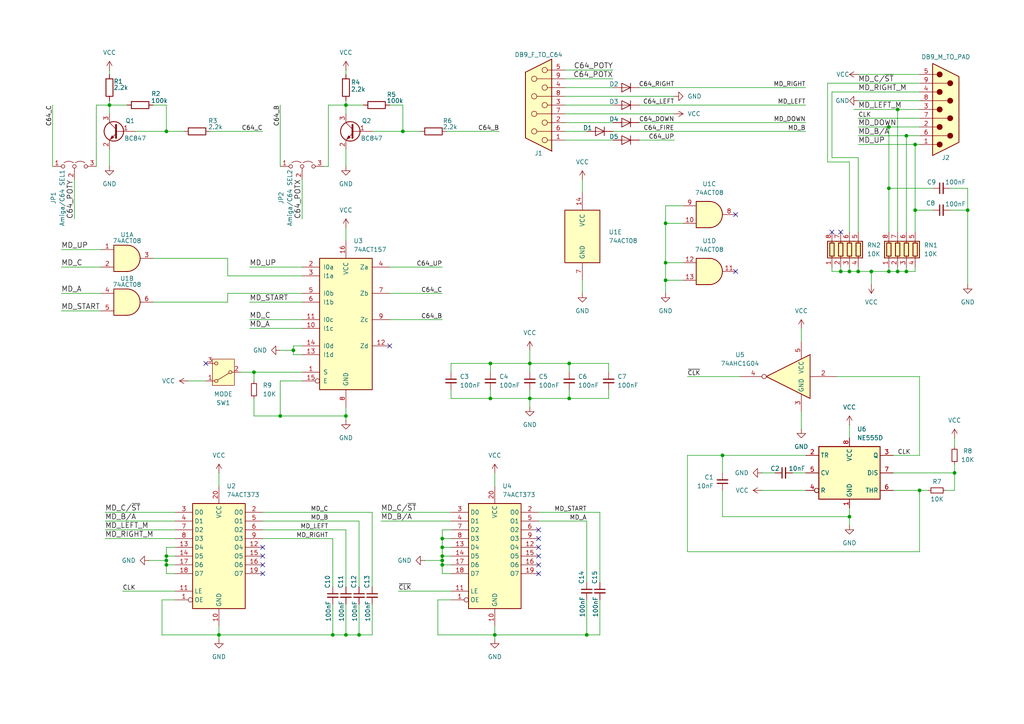
<source format=kicad_sch>
(kicad_sch (version 20250114) (generator "eeschema") (generator_version "9.0")
  (paper "A4")
  (title_block (title "MDC64Padapter") (rev "0"))
  (junction (at 142.24 115.57))
  (junction (at 85.09 101.6))
  (junction (at 73.66 107.95))
  (junction (at 48.26 162.56))
  (junction (at 104.14 184.15))
  (junction (at 63.5 184.15))
  (junction (at 209.55 132.08))
  (junction (at 153.67 115.57))
  (junction (at 248.92 78.74))
  (junction (at 128.27 158.75))
  (junction (at 100.33 30.48))
  (junction (at 48.26 38.1))
  (junction (at 31.75 30.48))
  (junction (at 116.84 38.1))
  (junction (at 193.04 76.2))
  (junction (at 193.04 81.28))
  (junction (at 257.81 36.83))
  (junction (at 260.35 78.74))
  (junction (at 100.33 184.15))
  (junction (at 153.67 105.41))
  (junction (at 142.24 105.41))
  (junction (at 100.33 120.65))
  (junction (at 48.26 161.29))
  (junction (at 265.43 41.91))
  (junction (at 165.1 115.57))
  (junction (at 257.81 54.61))
  (junction (at 128.27 161.29))
  (junction (at 265.43 60.96))
  (junction (at 243.84 78.74))
  (junction (at 276.86 137.16))
  (junction (at 128.27 156.21))
  (junction (at 81.28 120.65))
  (junction (at 252.73 78.74))
  (junction (at 193.04 64.77))
  (junction (at 48.26 163.83))
  (junction (at 128.27 162.56))
  (junction (at 246.38 78.74))
  (junction (at 128.27 163.83))
  (junction (at 96.52 184.15))
  (junction (at 246.38 149.86))
  (junction (at 280.67 60.96))
  (junction (at 165.1 105.41))
  (junction (at 266.7 142.24))
  (junction (at 260.35 31.75))
  (junction (at 170.18 184.15))
  (junction (at 143.51 184.15))
  (junction (at 262.89 39.37))
  (junction (at 257.81 78.74))
  (junction (at 262.89 78.74))
  (no_connect (at 76.2 166.37))
  (no_connect (at 76.2 161.29))
  (no_connect (at 156.21 153.67))
  (no_connect (at 213.36 78.74))
  (no_connect (at 156.21 158.75))
  (no_connect (at 241.3 67.31))
  (no_connect (at 76.2 158.75))
  (no_connect (at 156.21 163.83))
  (no_connect (at 243.84 67.31))
  (no_connect (at 156.21 156.21))
  (no_connect (at 59.69 105.41))
  (no_connect (at 113.03 100.33))
  (no_connect (at 156.21 161.29))
  (no_connect (at 156.21 166.37))
  (no_connect (at 213.36 62.23))
  (no_connect (at 76.2 163.83))
  (wire (pts (xy 72.39 77.47) (xy 87.63 77.47)))
  (wire (pts (xy 130.81 105.41) (xy 130.81 107.95)))
  (wire (pts (xy 232.41 119.38) (xy 232.41 124.46)))
  (wire (pts (xy 257.81 54.61) (xy 257.81 67.31)))
  (wire (pts (xy 240.03 24.13) (xy 240.03 46.99)))
  (wire (pts (xy 173.99 184.15) (xy 173.99 173.99)))
  (wire (pts (xy 242.57 109.22) (xy 266.7 109.22)))
  (wire (pts (xy 232.41 95.25) (xy 232.41 99.06)))
  (wire (pts (xy 130.81 158.75) (xy 128.27 158.75)))
  (wire (pts (xy 81.28 120.65) (xy 81.28 110.49)))
  (wire (pts (xy 129.54 38.1) (xy 144.78 38.1)))
  (wire (pts (xy 209.55 149.86) (xy 209.55 142.24)))
  (wire (pts (xy 46.99 184.15) (xy 63.5 184.15)))
  (wire (pts (xy 27.94 30.48) (xy 31.75 30.48)))
  (wire (pts (xy 48.26 158.75) (xy 48.26 161.29)))
  (wire (pts (xy 72.39 87.63) (xy 87.63 87.63)))
  (wire (pts (xy 266.7 109.22) (xy 266.7 132.08)))
  (wire (pts (xy 266.7 142.24) (xy 269.24 142.24)))
  (wire (pts (xy 163.83 27.94) (xy 195.58 27.94)))
  (wire (pts (xy 165.1 115.57) (xy 176.53 115.57)))
  (wire (pts (xy 248.92 21.59) (xy 266.7 21.59)))
  (wire (pts (xy 72.39 92.71) (xy 87.63 92.71)))
  (wire (pts (xy 81.28 110.49) (xy 87.63 110.49)))
  (wire (pts (xy 46.99 173.99) (xy 46.99 184.15)))
  (wire (pts (xy 143.51 184.15) (xy 143.51 185.42)))
  (wire (pts (xy 43.18 162.56) (xy 48.26 162.56)))
  (wire (pts (xy 100.33 30.48) (xy 100.33 33.02)))
  (wire (pts (xy 241.3 45.72) (xy 241.3 26.67)))
  (wire (pts (xy 266.7 142.24) (xy 259.08 142.24)))
  (wire (pts (xy 248.92 36.83) (xy 257.81 36.83)))
  (wire (pts (xy 163.83 35.56) (xy 177.8 35.56)))
  (wire (pts (xy 262.89 78.74) (xy 265.43 78.74)))
  (wire (pts (xy 48.26 38.1) (xy 53.34 38.1)))
  (wire (pts (xy 30.48 156.21) (xy 50.8 156.21)))
  (wire (pts (xy 81.28 30.48) (xy 81.28 48.26)))
  (wire (pts (xy 252.73 78.74) (xy 257.81 78.74)))
  (wire (pts (xy 63.5 184.15) (xy 96.52 184.15)))
  (wire (pts (xy 246.38 78.74) (xy 248.92 78.74)))
  (wire (pts (xy 248.92 77.47) (xy 248.92 78.74)))
  (wire (pts (xy 257.81 36.83) (xy 257.81 54.61)))
  (wire (pts (xy 128.27 162.56) (xy 128.27 163.83)))
  (wire (pts (xy 72.39 95.25) (xy 87.63 95.25)))
  (wire (pts (xy 243.84 78.74) (xy 246.38 78.74)))
  (wire (pts (xy 81.28 101.6) (xy 85.09 101.6)))
  (wire (pts (xy 259.08 132.08) (xy 266.7 132.08)))
  (wire (pts (xy 87.63 52.07) (xy 87.63 63.5)))
  (wire (pts (xy 265.43 41.91) (xy 266.7 41.91)))
  (wire (pts (xy 63.5 137.16) (xy 63.5 140.97)))
  (wire (pts (xy 96.52 184.15) (xy 100.33 184.15)))
  (wire (pts (xy 128.27 163.83) (xy 128.27 166.37)))
  (wire (pts (xy 115.57 171.45) (xy 130.81 171.45)))
  (wire (pts (xy 220.98 137.16) (xy 224.79 137.16)))
  (wire (pts (xy 128.27 153.67) (xy 128.27 156.21)))
  (wire (pts (xy 163.83 38.1) (xy 170.18 38.1)))
  (wire (pts (xy 142.24 113.03) (xy 142.24 115.57)))
  (wire (pts (xy 276.86 127) (xy 276.86 129.54)))
  (wire (pts (xy 31.75 30.48) (xy 36.83 30.48)))
  (wire (pts (xy 128.27 161.29) (xy 130.81 161.29)))
  (wire (pts (xy 165.1 105.41) (xy 153.67 105.41)))
  (wire (pts (xy 107.95 184.15) (xy 107.95 175.26)))
  (wire (pts (xy 44.45 74.93) (xy 66.04 74.93)))
  (wire (pts (xy 100.33 153.67) (xy 100.33 170.18)))
  (wire (pts (xy 96.52 175.26) (xy 96.52 184.15)))
  (wire (pts (xy 66.04 74.93) (xy 66.04 80.01)))
  (wire (pts (xy 229.87 137.16) (xy 233.68 137.16)))
  (wire (pts (xy 35.56 171.45) (xy 50.8 171.45)))
  (wire (pts (xy 60.96 38.1) (xy 76.2 38.1)))
  (wire (pts (xy 199.39 109.22) (xy 214.63 109.22)))
  (wire (pts (xy 257.81 77.47) (xy 257.81 78.74)))
  (wire (pts (xy 241.3 26.67) (xy 266.7 26.67)))
  (wire (pts (xy 241.3 78.74) (xy 243.84 78.74)))
  (wire (pts (xy 48.26 30.48) (xy 48.26 38.1)))
  (wire (pts (xy 248.92 34.29) (xy 266.7 34.29)))
  (wire (pts (xy 142.24 115.57) (xy 153.67 115.57)))
  (wire (pts (xy 127 184.15) (xy 143.51 184.15)))
  (wire (pts (xy 248.92 45.72) (xy 248.92 67.31)))
  (wire (pts (xy 128.27 156.21) (xy 130.81 156.21)))
  (wire (pts (xy 265.43 60.96) (xy 265.43 67.31)))
  (wire (pts (xy 73.66 120.65) (xy 81.28 120.65)))
  (wire (pts (xy 193.04 85.09) (xy 193.04 81.28)))
  (wire (pts (xy 100.33 120.65) (xy 100.33 121.92)))
  (wire (pts (xy 199.39 132.08) (xy 199.39 160.02)))
  (wire (pts (xy 246.38 46.99) (xy 246.38 67.31)))
  (wire (pts (xy 246.38 77.47) (xy 246.38 78.74)))
  (wire (pts (xy 116.84 30.48) (xy 116.84 38.1)))
  (wire (pts (xy 280.67 60.96) (xy 280.67 54.61)))
  (wire (pts (xy 30.48 148.59) (xy 50.8 148.59)))
  (wire (pts (xy 50.8 158.75) (xy 48.26 158.75)))
  (wire (pts (xy 100.33 30.48) (xy 95.25 30.48)))
  (wire (pts (xy 193.04 64.77) (xy 193.04 59.69)))
  (wire (pts (xy 193.04 81.28) (xy 198.12 81.28)))
  (wire (pts (xy 48.26 163.83) (xy 48.26 166.37)))
  (wire (pts (xy 173.99 168.91) (xy 173.99 148.59)))
  (wire (pts (xy 163.83 30.48) (xy 177.8 30.48)))
  (wire (pts (xy 193.04 59.69) (xy 198.12 59.69)))
  (wire (pts (xy 100.33 29.21) (xy 100.33 30.48)))
  (wire (pts (xy 193.04 64.77) (xy 198.12 64.77)))
  (wire (pts (xy 177.8 38.1) (xy 233.68 38.1)))
  (wire (pts (xy 116.84 38.1) (xy 107.95 38.1)))
  (wire (pts (xy 48.26 161.29) (xy 50.8 161.29)))
  (wire (pts (xy 104.14 151.13) (xy 104.14 170.18)))
  (wire (pts (xy 153.67 115.57) (xy 153.67 118.11)))
  (wire (pts (xy 63.5 181.61) (xy 63.5 184.15)))
  (wire (pts (xy 185.42 30.48) (xy 233.68 30.48)))
  (wire (pts (xy 163.83 20.32) (xy 177.8 20.32)))
  (wire (pts (xy 130.81 153.67) (xy 128.27 153.67)))
  (wire (pts (xy 44.45 30.48) (xy 48.26 30.48)))
  (wire (pts (xy 252.73 78.74) (xy 252.73 82.55)))
  (wire (pts (xy 142.24 105.41) (xy 130.81 105.41)))
  (wire (pts (xy 280.67 54.61) (xy 275.59 54.61)))
  (wire (pts (xy 247.65 31.75) (xy 260.35 31.75)))
  (wire (pts (xy 153.67 115.57) (xy 165.1 115.57)))
  (wire (pts (xy 185.42 35.56) (xy 233.68 35.56)))
  (wire (pts (xy 262.89 39.37) (xy 266.7 39.37)))
  (wire (pts (xy 220.98 142.24) (xy 233.68 142.24)))
  (wire (pts (xy 69.85 107.95) (xy 73.66 107.95)))
  (wire (pts (xy 163.83 33.02) (xy 195.58 33.02)))
  (wire (pts (xy 153.67 105.41) (xy 153.67 107.95)))
  (wire (pts (xy 110.49 151.13) (xy 130.81 151.13)))
  (wire (pts (xy 265.43 41.91) (xy 265.43 60.96)))
  (wire (pts (xy 107.95 148.59) (xy 107.95 170.18)))
  (wire (pts (xy 240.03 46.99) (xy 246.38 46.99)))
  (wire (pts (xy 27.94 48.26) (xy 27.94 30.48)))
  (wire (pts (xy 66.04 87.63) (xy 66.04 85.09)))
  (wire (pts (xy 87.63 100.33) (xy 85.09 100.33)))
  (wire (pts (xy 100.33 30.48) (xy 105.41 30.48)))
  (wire (pts (xy 276.86 137.16) (xy 276.86 142.24)))
  (wire (pts (xy 123.19 162.56) (xy 128.27 162.56)))
  (wire (pts (xy 260.35 31.75) (xy 260.35 67.31)))
  (wire (pts (xy 95.25 48.26) (xy 93.98 48.26)))
  (wire (pts (xy 153.67 113.03) (xy 153.67 115.57)))
  (wire (pts (xy 199.39 160.02) (xy 266.7 160.02)))
  (wire (pts (xy 241.3 77.47) (xy 241.3 78.74)))
  (wire (pts (xy 274.32 142.24) (xy 276.86 142.24)))
  (wire (pts (xy 248.92 39.37) (xy 262.89 39.37)))
  (wire (pts (xy 100.33 66.04) (xy 100.33 69.85)))
  (wire (pts (xy 100.33 43.18) (xy 100.33 48.26)))
  (wire (pts (xy 128.27 156.21) (xy 128.27 158.75)))
  (wire (pts (xy 96.52 156.21) (xy 96.52 170.18)))
  (wire (pts (xy 209.55 132.08) (xy 199.39 132.08)))
  (wire (pts (xy 275.59 60.96) (xy 280.67 60.96)))
  (wire (pts (xy 104.14 184.15) (xy 107.95 184.15)))
  (wire (pts (xy 170.18 184.15) (xy 173.99 184.15)))
  (wire (pts (xy 30.48 153.67) (xy 50.8 153.67)))
  (wire (pts (xy 66.04 85.09) (xy 87.63 85.09)))
  (wire (pts (xy 95.25 30.48) (xy 95.25 48.26)))
  (wire (pts (xy 241.3 45.72) (xy 248.92 45.72)))
  (wire (pts (xy 17.78 90.17) (xy 29.21 90.17)))
  (wire (pts (xy 257.81 54.61) (xy 270.51 54.61)))
  (wire (pts (xy 193.04 76.2) (xy 198.12 76.2)))
  (wire (pts (xy 163.83 25.4) (xy 177.8 25.4)))
  (wire (pts (xy 165.1 113.03) (xy 165.1 115.57)))
  (wire (pts (xy 130.81 173.99) (xy 127 173.99)))
  (wire (pts (xy 128.27 163.83) (xy 130.81 163.83)))
  (wire (pts (xy 116.84 38.1) (xy 121.92 38.1)))
  (wire (pts (xy 100.33 175.26) (xy 100.33 184.15)))
  (wire (pts (xy 104.14 175.26) (xy 104.14 184.15)))
  (wire (pts (xy 15.24 30.48) (xy 15.24 48.26)))
  (wire (pts (xy 262.89 77.47) (xy 262.89 78.74)))
  (wire (pts (xy 50.8 173.99) (xy 46.99 173.99)))
  (wire (pts (xy 246.38 147.32) (xy 246.38 149.86)))
  (wire (pts (xy 30.48 151.13) (xy 50.8 151.13)))
  (wire (pts (xy 246.38 149.86) (xy 246.38 152.4)))
  (wire (pts (xy 31.75 30.48) (xy 31.75 33.02)))
  (wire (pts (xy 31.75 43.18) (xy 31.75 48.26)))
  (wire (pts (xy 73.66 107.95) (xy 87.63 107.95)))
  (wire (pts (xy 246.38 149.86) (xy 209.55 149.86)))
  (wire (pts (xy 248.92 41.91) (xy 265.43 41.91)))
  (wire (pts (xy 63.5 184.15) (xy 63.5 185.42)))
  (wire (pts (xy 163.83 40.64) (xy 177.8 40.64)))
  (wire (pts (xy 257.81 36.83) (xy 266.7 36.83)))
  (wire (pts (xy 66.04 80.01) (xy 87.63 80.01)))
  (wire (pts (xy 85.09 100.33) (xy 85.09 101.6)))
  (wire (pts (xy 209.55 132.08) (xy 233.68 132.08)))
  (wire (pts (xy 280.67 82.55) (xy 280.67 60.96)))
  (wire (pts (xy 266.7 160.02) (xy 266.7 142.24)))
  (wire (pts (xy 259.08 137.16) (xy 276.86 137.16)))
  (wire (pts (xy 128.27 161.29) (xy 128.27 162.56)))
  (wire (pts (xy 128.27 158.75) (xy 128.27 161.29)))
  (wire (pts (xy 153.67 101.6) (xy 153.67 105.41)))
  (wire (pts (xy 113.03 85.09) (xy 128.27 85.09)))
  (wire (pts (xy 168.91 52.07) (xy 168.91 55.88)))
  (wire (pts (xy 193.04 76.2) (xy 193.04 64.77)))
  (wire (pts (xy 100.33 20.32) (xy 100.33 21.59)))
  (wire (pts (xy 76.2 153.67) (xy 100.33 153.67)))
  (wire (pts (xy 21.59 52.07) (xy 21.59 63.5)))
  (wire (pts (xy 100.33 120.65) (xy 81.28 120.65)))
  (wire (pts (xy 193.04 81.28) (xy 193.04 76.2)))
  (wire (pts (xy 156.21 148.59) (xy 173.99 148.59)))
  (wire (pts (xy 170.18 173.99) (xy 170.18 184.15)))
  (wire (pts (xy 48.26 166.37) (xy 50.8 166.37)))
  (wire (pts (xy 76.2 148.59) (xy 107.95 148.59)))
  (wire (pts (xy 48.26 161.29) (xy 48.26 162.56)))
  (wire (pts (xy 276.86 137.16) (xy 276.86 134.62)))
  (wire (pts (xy 185.42 25.4) (xy 233.68 25.4)))
  (wire (pts (xy 243.84 77.47) (xy 243.84 78.74)))
  (wire (pts (xy 248.92 29.21) (xy 266.7 29.21)))
  (wire (pts (xy 113.03 30.48) (xy 116.84 30.48)))
  (wire (pts (xy 262.89 39.37) (xy 262.89 67.31)))
  (wire (pts (xy 153.67 105.41) (xy 142.24 105.41)))
  (wire (pts (xy 73.66 115.57) (xy 73.66 120.65)))
  (wire (pts (xy 260.35 78.74) (xy 262.89 78.74)))
  (wire (pts (xy 17.78 85.09) (xy 29.21 85.09)))
  (wire (pts (xy 128.27 166.37) (xy 130.81 166.37)))
  (wire (pts (xy 113.03 77.47) (xy 128.27 77.47)))
  (wire (pts (xy 100.33 184.15) (xy 104.14 184.15)))
  (wire (pts (xy 85.09 101.6) (xy 85.09 102.87)))
  (wire (pts (xy 209.55 137.16) (xy 209.55 132.08)))
  (wire (pts (xy 85.09 102.87) (xy 87.63 102.87)))
  (wire (pts (xy 168.91 81.28) (xy 168.91 85.09)))
  (wire (pts (xy 142.24 105.41) (xy 142.24 107.95)))
  (wire (pts (xy 246.38 123.19) (xy 246.38 127)))
  (wire (pts (xy 176.53 107.95) (xy 176.53 105.41)))
  (wire (pts (xy 176.53 115.57) (xy 176.53 113.03)))
  (wire (pts (xy 113.03 92.71) (xy 128.27 92.71)))
  (wire (pts (xy 76.2 151.13) (xy 104.14 151.13)))
  (wire (pts (xy 143.51 181.61) (xy 143.51 184.15)))
  (wire (pts (xy 48.26 162.56) (xy 48.26 163.83)))
  (wire (pts (xy 127 173.99) (xy 127 184.15)))
  (wire (pts (xy 165.1 105.41) (xy 165.1 107.95)))
  (wire (pts (xy 48.26 38.1) (xy 39.37 38.1)))
  (wire (pts (xy 130.81 115.57) (xy 142.24 115.57)))
  (wire (pts (xy 163.83 22.86) (xy 177.8 22.86)))
  (wire (pts (xy 185.42 40.64) (xy 195.58 40.64)))
  (wire (pts (xy 265.43 60.96) (xy 270.51 60.96)))
  (wire (pts (xy 54.61 110.49) (xy 59.69 110.49)))
  (wire (pts (xy 156.21 151.13) (xy 170.18 151.13)))
  (wire (pts (xy 260.35 77.47) (xy 260.35 78.74)))
  (wire (pts (xy 265.43 78.74) (xy 265.43 77.47)))
  (wire (pts (xy 257.81 78.74) (xy 260.35 78.74)))
  (wire (pts (xy 44.45 87.63) (xy 66.04 87.63)))
  (wire (pts (xy 17.78 72.39) (xy 29.21 72.39)))
  (wire (pts (xy 176.53 105.41) (xy 165.1 105.41)))
  (wire (pts (xy 17.78 77.47) (xy 29.21 77.47)))
  (wire (pts (xy 260.35 31.75) (xy 266.7 31.75)))
  (wire (pts (xy 170.18 168.91) (xy 170.18 151.13)))
  (wire (pts (xy 76.2 156.21) (xy 96.52 156.21)))
  (wire (pts (xy 48.26 163.83) (xy 50.8 163.83)))
  (wire (pts (xy 100.33 118.11) (xy 100.33 120.65)))
  (wire (pts (xy 31.75 29.21) (xy 31.75 30.48)))
  (wire (pts (xy 31.75 20.32) (xy 31.75 21.59)))
  (wire (pts (xy 143.51 137.16) (xy 143.51 140.97)))
  (wire (pts (xy 143.51 184.15) (xy 170.18 184.15)))
  (wire (pts (xy 240.03 24.13) (xy 266.7 24.13)))
  (wire (pts (xy 73.66 107.95) (xy 73.66 110.49)))
  (wire (pts (xy 110.49 148.59) (xy 130.81 148.59)))
  (wire (pts (xy 130.81 113.03) (xy 130.81 115.57)))
  (wire (pts (xy 248.92 78.74) (xy 252.73 78.74)))
  (label "MD_UP" (at 248.92 41.91 0) (effects (font (size 1.524 1.524))))
  (label "C64_POTY" (at 21.59 63.5 90) (effects (font (size 1.524 1.524))))
  (label "MD_DOWN" (at 233.68 35.56 180))
  (label "C64_B" (at 81.28 30.48 270))
  (label "C64_B" (at 128.27 92.71 180))
  (label "C64_RIGHT" (at 195.58 25.4 180))
  (label "MD_LEFT_M" (at 248.92 31.75 0) (effects (font (size 1.524 1.524))))
  (label "MD_C{slash}~{ST}" (at 248.92 24.13 0) (effects (font (size 1.524 1.524))))
  (label "MD_B" (at 95.25 151.13 180))
  (label "C64_B" (at 144.78 38.1 180))
  (label "MD_C{slash}~{ST}" (at 30.48 148.59 0) (effects (font (size 1.524 1.524))))
  (label "MD_START" (at 170.18 148.59 180))
  (label "CLK" (at 248.92 34.29 0))
  (label "MD_C{slash}~{ST}" (at 110.49 148.59 0) (effects (font (size 1.524 1.524))))
  (label "MD_START" (at 72.39 87.63 0) (effects (font (size 1.524 1.524))))
  (label "MD_START" (at 17.78 90.17 0) (effects (font (size 1.524 1.524))))
  (label "MD_A" (at 17.78 85.09 0) (effects (font (size 1.524 1.524))))
  (label "C64_DOWN" (at 195.58 35.56 180))
  (label "MD_B" (at 233.68 38.1 180))
  (label "CLK" (at 35.56 171.45 0))
  (label "MD_C" (at 72.39 92.71 0) (effects (font (size 1.524 1.524))))
  (label "~{CLK}" (at 199.39 109.22 0))
  (label "MD_A" (at 170.18 151.13 180))
  (label "C64_UP" (at 128.27 77.47 180))
  (label "MD_LEFT" (at 95.25 153.67 180))
  (label "~{CLK}" (at 115.57 171.45 0))
  (label "MD_B{slash}~{A}" (at 30.48 151.13 0) (effects (font (size 1.524 1.524))))
  (label "MD_UP" (at 72.39 77.47 0) (effects (font (size 1.524 1.524))))
  (label "MD_DOWN" (at 248.92 36.83 0) (effects (font (size 1.524 1.524))))
  (label "C64_C" (at 128.27 85.09 180))
  (label "C64_C" (at 76.2 38.1 180))
  (label "MD_RIGHT_M" (at 248.92 26.67 0) (effects (font (size 1.524 1.524))))
  (label "MD_C" (at 95.25 148.59 180))
  (label "C64_C" (at 15.24 30.48 270))
  (label "MD_RIGHT" (at 95.25 156.21 180))
  (label "MD_UP" (at 17.78 72.39 0) (effects (font (size 1.524 1.524))))
  (label "C64_UP" (at 195.58 40.64 180))
  (label "MD_B{slash}~{A}" (at 248.92 39.37 0) (effects (font (size 1.524 1.524))))
  (label "MD_C" (at 17.78 77.47 0) (effects (font (size 1.524 1.524))))
  (label "CLK" (at 260.35 132.08 0))
  (label "MD_A" (at 72.39 95.25 0) (effects (font (size 1.524 1.524))))
  (label "C64_POTY" (at 177.8 20.32 180) (effects (font (size 1.524 1.524))))
  (label "C64_FIRE" (at 195.58 38.1 180))
  (label "MD_RIGHT" (at 233.68 25.4 180))
  (label "MD_RIGHT_M" (at 30.48 156.21 0) (effects (font (size 1.524 1.524))))
  (label "MD_LEFT" (at 233.68 30.48 180))
  (label "C64_POTX" (at 87.63 63.5 90) (effects (font (size 1.524 1.524))))
  (label "MD_B{slash}~{A}" (at 110.49 151.13 0) (effects (font (size 1.524 1.524))))
  (label "MD_LEFT_M" (at 30.48 153.67 0) (effects (font (size 1.524 1.524))))
  (label "C64_POTX" (at 177.8 22.86 180) (effects (font (size 1.524 1.524))))
  (label "C64_LEFT" (at 195.58 30.48 180))
  (symbol (lib_id "Device:C_Small") (at 209.55 139.7 0) (mirror x) (unit 1)
    (property "Reference" "C1" (at 207.01 138.4236 0) (effects (justify right)))
    (property "Value" "10nF" (at 207.01 140.9636 0) (effects (justify right)))
    (property "Footprint" "Capacitor_SMD:C_0805_2012Metric_Pad1.18x1.45mm_HandSolder" (effects (hide yes)))
    (property "LCSC PN" "C60133" (effects (hide yes)))
  )
  (symbol (lib_id "Device:C_Small") (at 173.99 171.45 0) (unit 1)
    (property "Reference" "C15" (at 172.466 169.418 90) (effects (justify left)))
    (property "Value" "100nF" (at 172.72 179.07 90) (effects (justify left)))
    (property "Footprint" "Capacitor_SMD:C_0805_2012Metric_Pad1.18x1.45mm_HandSolder" (effects (hide yes)))
    (property "Description" "Unpolarized capacitor, small symbol" (effects (hide yes)))
    (property "LCSC PN" "C38141" (effects (hide yes)))
  )
  (symbol (lib_id "power:GND") (at 123.19 162.56 270) (unit 1)
    (property "Reference" "#PWR014" (effects (hide yes)))
    (property "Value" "GND" (at 119.38 162.5599 90) (effects (justify right)))
    (property "Description" "Power symbol creates a global label with name \"GND\" , ground" (effects (hide yes)))
  )
  (symbol (lib_id "power:VCC") (at 153.67 101.6 0) (mirror y) (unit 1)
    (property "Reference" "#PWR029" (effects (hide yes)))
    (property "Value" "VCC" (at 153.67 96.52 0))
    (property "Description" "Power symbol creates a global label with name \"VCC\"" (effects (hide yes)))
  )
  (symbol (lib_id "74xx:74LS157") (at 100.33 92.71 0) (unit 1)
    (property "Reference" "U3" (at 102.5241 69.85 0) (effects (justify left)))
    (property "Value" "74ACT157" (at 102.5241 72.39 0) (effects (justify left)))
    (property "Footprint" "Package_SO:TSSOP-16_4.4x5mm_P0.65mm" (effects (hide yes)))
    (property "Datasheet" "http://www.ti.com/lit/gpn/sn74LS157" (effects (hide yes)))
    (property "Description" "Quad 2 to 1 line Multiplexer" (effects (hide yes)))
    (property "LCSC PN" "C3239134" (effects (hide yes)))
  )
  (symbol (lib_id "Device:C_Small") (at 142.24 110.49 0) (unit 1)
    (property "Reference" "C4" (at 144.78 109.2262 0) (effects (justify left)))
    (property "Value" "100nF" (at 144.78 111.7662 0) (effects (justify left)))
    (property "Footprint" "Capacitor_SMD:C_0805_2012Metric_Pad1.18x1.45mm_HandSolder" (effects (hide yes)))
    (property "Description" "Unpolarized capacitor, small symbol" (effects (hide yes)))
    (property "LCSC PN" "C38141" (effects (hide yes)))
  )
  (symbol (lib_id "Device:C_Small") (at 100.33 172.72 0) (unit 1)
    (property "Reference" "C11" (at 98.806 170.688 90) (effects (justify left)))
    (property "Value" "100nF" (at 99.06 180.34 90) (effects (justify left)))
    (property "Footprint" "Capacitor_SMD:C_0805_2012Metric_Pad1.18x1.45mm_HandSolder" (effects (hide yes)))
    (property "Description" "Unpolarized capacitor, small symbol" (effects (hide yes)))
    (property "LCSC PN" "C38141" (effects (hide yes)))
  )
  (symbol (lib_id "power:VCC") (at 246.38 123.19 0) (unit 1)
    (property "Reference" "#PWR023" (effects (hide yes)))
    (property "Value" "VCC" (at 246.38 118.11 0))
    (property "Description" "Power symbol creates a global label with name \"VCC\"" (effects (hide yes)))
  )
  (symbol (lib_id "Timer:NE555D") (at 246.38 137.16 0) (unit 1)
    (property "Reference" "U6" (at 248.5741 124.46 0) (effects (justify left)))
    (property "Value" "NE555D" (at 248.5741 127 0) (effects (justify left)))
    (property "Footprint" "Package_SO:SOIC-8_3.9x4.9mm_P1.27mm" (effects (hide yes)))
    (property "Datasheet" "http://www.ti.com/lit/ds/symlink/ne555.pdf" (effects (hide yes)))
    (property "LCSC PN" "C41431778" (effects (hide yes)))
  )
  (symbol (lib_id "power:GND") (at 43.18 162.56 270) (unit 1)
    (property "Reference" "#PWR03" (effects (hide yes)))
    (property "Value" "GND" (at 39.37 162.5599 90) (effects (justify right)))
    (property "Description" "Power symbol creates a global label with name \"GND\" , ground" (effects (hide yes)))
  )
  (symbol (lib_id "Transistor_BJT:BC847") (at 34.29 38.1 0) (mirror y) (unit 1)
    (property "Reference" "Q1" (at 39.116 35.052 0) (effects (justify left)))
    (property "Value" "BC847" (at 42.418 40.132 0) (effects (justify left)))
    (property "Footprint" "Package_TO_SOT_SMD:SOT-23" (effects (hide yes)))
    (property "Datasheet" "http://www.infineon.com/dgdl/Infineon-BC847SERIES_BC848SERIES_BC849SERIES_BC850SERIES-DS-v01_01-en.pdf?fileId=db3a304314dca389011541d4630a1657" (effects (hide yes)))
    (property "Description" "0.1A Ic, 45V Vce, NPN Transistor, SOT-23" (effects (hide yes)))
    (property "LCSC PN" "C475630" (effects (hide yes)))
  )
  (symbol (lib_id "Device:C_Small") (at 104.14 172.72 0) (unit 1)
    (property "Reference" "C12" (at 102.616 170.688 90) (effects (justify left)))
    (property "Value" "100nF" (at 102.87 180.34 90) (effects (justify left)))
    (property "Footprint" "Capacitor_SMD:C_0805_2012Metric_Pad1.18x1.45mm_HandSolder" (effects (hide yes)))
    (property "Description" "Unpolarized capacitor, small symbol" (effects (hide yes)))
    (property "LCSC PN" "C38141" (effects (hide yes)))
  )
  (symbol (lib_id "power:VCC") (at 195.58 33.02 270) (mirror x) (unit 1)
    (property "Reference" "#PWR018" (effects (hide yes)))
    (property "Value" "VCC" (at 199.39 33.0199 90) (effects (justify left)))
    (property "Description" "Power symbol creates a global label with name \"VCC\"" (effects (hide yes)))
  )
  (symbol (lib_id "power:GND") (at 232.41 124.46 0) (mirror y) (unit 1)
    (property "Reference" "#PWR022" (effects (hide yes)))
    (property "Value" "GND" (at 232.41 129.54 0))
    (property "Description" "Power symbol creates a global label with name \"GND\" , ground" (effects (hide yes)))
  )
  (symbol (lib_id "Device:C_Small") (at 170.18 171.45 0) (unit 1)
    (property "Reference" "C14" (at 168.656 169.418 90) (effects (justify left)))
    (property "Value" "100nF" (at 168.91 179.07 90) (effects (justify left)))
    (property "Footprint" "Capacitor_SMD:C_0805_2012Metric_Pad1.18x1.45mm_HandSolder" (effects (hide yes)))
    (property "Description" "Unpolarized capacitor, small symbol" (effects (hide yes)))
    (property "LCSC PN" "C38141" (effects (hide yes)))
  )
  (symbol (lib_id "power:GND") (at 100.33 121.92 0) (unit 1)
    (property "Reference" "#PWR013" (effects (hide yes)))
    (property "Value" "GND" (at 100.33 127 0))
    (property "Description" "Power symbol creates a global label with name \"GND\" , ground" (effects (hide yes)))
  )
  (symbol (lib_id "Jumper:Jumper_3_Open") (at 87.63 48.26 0) (unit 1) (in_bom no)
    (property "Reference" "JP2" (at 81.534 57.404 90))
    (property "Value" "Amiga/C64 SEL2" (at 84.074 57.404 90))
    (property "Footprint" "Connector_PinHeader_2.54mm:PinHeader_1x03_P2.54mm_Vertical" (effects (hide yes)))
    (property "Description" "Jumper, 3-pole, both open" (effects (hide yes)))
  )
  (symbol (lib_id "power:VCC") (at 63.5 137.16 0) (unit 1)
    (property "Reference" "#PWR07" (effects (hide yes)))
    (property "Value" "VCC" (at 63.5 132.08 0))
    (property "Description" "Power symbol creates a global label with name \"VCC\"" (effects (hide yes)))
  )
  (symbol (lib_id "74xx:74LS373") (at 143.51 161.29 0) (unit 1)
    (property "Reference" "U4" (at 145.7041 140.97 0) (effects (justify left)))
    (property "Value" "74ACT373" (at 145.7041 143.51 0) (effects (justify left)))
    (property "Footprint" "Package_SO:SSOP-20_5.3x7.2mm_P0.65mm" (effects (hide yes)))
    (property "Datasheet" "http://www.ti.com/lit/gpn/sn74LS373" (effects (hide yes)))
    (property "Description" "8-bit Latch, 3-state outputs" (effects (hide yes)))
    (property "LCSC PN" "C4989112" (effects (hide yes)))
  )
  (symbol (lib_id "power:GND") (at 193.04 85.09 0) (unit 1)
    (property "Reference" "#PWR030" (effects (hide yes)))
    (property "Value" "GND" (at 193.04 90.17 0))
    (property "Description" "Power symbol creates a global label with name \"GND\" , ground" (effects (hide yes)))
  )
  (symbol (lib_id "Device:R_Small") (at 73.66 113.03 0) (unit 1)
    (property "Reference" "R9" (at 76.2 111.7599 0) (effects (justify left)))
    (property "Value" "10K" (at 76.2 114.2999 0) (effects (justify left)))
    (property "Footprint" "Resistor_SMD:R_0805_2012Metric_Pad1.20x1.40mm_HandSolder" (effects (hide yes)))
    (property "Description" "Resistor, small symbol" (effects (hide yes)))
    (property "LCSC PN" "C17414" (effects (hide yes)))
  )
  (symbol (lib_id "Device:C_Small") (at 107.95 172.72 0) (unit 1)
    (property "Reference" "C13" (at 106.426 170.688 90) (effects (justify left)))
    (property "Value" "100nF" (at 106.68 180.34 90) (effects (justify left)))
    (property "Footprint" "Capacitor_SMD:C_0805_2012Metric_Pad1.18x1.45mm_HandSolder" (effects (hide yes)))
    (property "Description" "Unpolarized capacitor, small symbol" (effects (hide yes)))
    (property "LCSC PN" "C38141" (effects (hide yes)))
  )
  (symbol (lib_id "power:VCC") (at 220.98 142.24 90) (unit 1)
    (property "Reference" "#PWR020" (effects (hide yes)))
    (property "Value" "VCC" (at 217.17 142.2399 90) (effects (justify left)))
    (property "Description" "Power symbol creates a global label with name \"VCC\"" (effects (hide yes)))
  )
  (symbol (lib_id "Device:R_Small") (at 271.78 142.24 90) (unit 1)
    (property "Reference" "R7" (at 271.78 139.7 90))
    (property "Value" "10K" (at 271.78 144.78 90))
    (property "Footprint" "Resistor_SMD:R_0805_2012Metric_Pad1.20x1.40mm_HandSolder" (effects (hide yes)))
    (property "LCSC PN" "C17414" (effects (hide yes)))
  )
  (symbol (lib_id "power:VCC") (at 54.61 110.49 90) (unit 1)
    (property "Reference" "#PWR04" (effects (hide yes)))
    (property "Value" "VCC" (at 50.8 110.4899 90) (effects (justify left)))
    (property "Description" "Power symbol creates a global label with name \"VCC\"" (effects (hide yes)))
  )
  (symbol (lib_id "74xGxx:74AHC1G04") (at 227.33 109.22 0) (mirror y) (unit 1)
    (property "Reference" "U5" (at 214.63 102.9014 0))
    (property "Value" "74AHC1G04" (at 214.63 105.4414 0))
    (property "Footprint" "Package_TO_SOT_SMD:SOT-353_SC-70-5_Handsoldering" (effects (hide yes)))
    (property "Datasheet" "http://www.ti.com/lit/sg/scyt129e/scyt129e.pdf" (effects (hide yes)))
    (property "Description" "Single NOT Gate, Low-Voltage CMOS" (effects (hide yes)))
    (property "LCSC PN" "C19829641" (effects (hide yes)))
  )
  (symbol (lib_id "Device:C_Small") (at 153.67 110.49 0) (unit 1)
    (property "Reference" "C5" (at 156.21 109.2262 0) (effects (justify left)))
    (property "Value" "100nF" (at 156.21 111.7662 0) (effects (justify left)))
    (property "Footprint" "Capacitor_SMD:C_0805_2012Metric_Pad1.18x1.45mm_HandSolder" (effects (hide yes)))
    (property "Description" "Unpolarized capacitor, small symbol" (effects (hide yes)))
    (property "LCSC PN" "C38141" (effects (hide yes)))
  )
  (symbol (lib_id "power:GND") (at 220.98 137.16 270) (unit 1)
    (property "Reference" "#PWR019" (effects (hide yes)))
    (property "Value" "GND" (at 217.17 137.16 90) (effects (justify right)))
  )
  (symbol (lib_id "OpenC64MegaDrivePadAdapter-rescue:D") (at 173.99 38.1 180) (unit 1)
    (property "Reference" "D1" (at 170.434 37.084 0))
    (property "Value" "1N4148" (effects (hide yes)))
    (property "Footprint" "Diode_SMD:D_SOD-123F" (effects (hide yes)))
    (property "LCSC PN" "C83528" (effects (hide yes)))
  )
  (symbol (lib_id "OpenC64MegaDrivePadAdapter-rescue:R") (at 31.75 25.4 0) (unit 1)
    (property "Reference" "R1" (at 34.29 23.622 0))
    (property "Value" "2.2k" (at 35.052 25.4 0))
    (property "Footprint" "Resistor_SMD:R_0805_2012Metric_Pad1.20x1.40mm_HandSolder" (effects (hide yes)))
    (property "LCSC PN" "C17520" (effects (hide yes)))
  )
  (symbol (lib_id "Device:R_Pack04") (at 246.38 72.39 0) (unit 1)
    (property "Reference" "RN2" (at 251.46 71.1199 0) (effects (justify left)))
    (property "Value" "10K" (at 251.46 73.6599 0) (effects (justify left)))
    (property "Footprint" "Resistor_SMD:R_Array_Convex_4x0612" (effects (hide yes)))
    (property "Description" "4 resistor network, parallel topology" (effects (hide yes)))
    (property "LCSC PN" "C840645" (effects (hide yes)))
  )
  (symbol (lib_id "power:GND") (at 81.28 101.6 270) (unit 1)
    (property "Reference" "#PWR09" (effects (hide yes)))
    (property "Value" "GND" (at 77.47 101.5999 90) (effects (justify right)))
    (property "Description" "Power symbol creates a global label with name \"GND\" , ground" (effects (hide yes)))
  )
  (symbol (lib_id "74xx:74LS373") (at 63.5 161.29 0) (unit 1)
    (property "Reference" "U2" (at 65.6941 140.97 0) (effects (justify left)))
    (property "Value" "74ACT373" (at 65.6941 143.51 0) (effects (justify left)))
    (property "Footprint" "Package_SO:SSOP-20_5.3x7.2mm_P0.65mm" (effects (hide yes)))
    (property "Datasheet" "http://www.ti.com/lit/gpn/sn74LS373" (effects (hide yes)))
    (property "Description" "8-bit Latch, 3-state outputs" (effects (hide yes)))
    (property "Mouser" "https://www.mouser.it/ProductDetail/Texas-Instruments/SN74ACT373DBR?qs=LzFo6vGRJ4vFruYGxUMnqw%3D%3D" (effects (hide yes)))
    (property "LCSC PN" "C4989112" (effects (hide yes)))
  )
  (symbol (lib_id "power:VCC") (at 232.41 95.25 0) (mirror y) (unit 1)
    (property "Reference" "#PWR021" (effects (hide yes)))
    (property "Value" "VCC" (at 232.41 90.17 0))
    (property "Description" "Power symbol creates a global label with name \"VCC\"" (effects (hide yes)))
  )
  (symbol (lib_id "Device:C_Small") (at 273.05 54.61 90) (unit 1)
    (property "Reference" "C9" (at 271.526 52.832 90) (effects (justify left)))
    (property "Value" "100nF" (at 280.162 52.832 90) (effects (justify left)))
    (property "Footprint" "Capacitor_SMD:C_0805_2012Metric_Pad1.18x1.45mm_HandSolder" (effects (hide yes)))
    (property "Description" "Unpolarized capacitor, small symbol" (effects (hide yes)))
    (property "LCSC PN" "C38141" (effects (hide yes)))
  )
  (symbol (lib_id "OpenC64MegaDrivePadAdapter-rescue:R") (at 40.64 30.48 270) (unit 1)
    (property "Reference" "R2" (at 45.212 27.178 90))
    (property "Value" "100k" (at 46.228 29.21 90))
    (property "Footprint" "Resistor_SMD:R_0805_2012Metric_Pad1.20x1.40mm_HandSolder" (effects (hide yes)))
    (property "LCSC PN" "C149504" (effects (hide yes)))
  )
  (symbol (lib_id "OpenC64MegaDrivePadAdapter-rescue:R") (at 100.33 25.4 0) (unit 1)
    (property "Reference" "R4" (at 103.124 23.876 0))
    (property "Value" "2.2k" (at 103.886 25.908 0))
    (property "Footprint" "Resistor_SMD:R_0805_2012Metric_Pad1.20x1.40mm_HandSolder" (effects (hide yes)))
    (property "LCSC PN" "C17520" (effects (hide yes)))
  )
  (symbol (lib_id "OpenC64MegaDrivePadAdapter-rescue:R") (at 109.22 30.48 270) (unit 1)
    (property "Reference" "R5" (at 113.538 27.432 90))
    (property "Value" "100k" (at 114.554 29.21 90))
    (property "Footprint" "Resistor_SMD:R_0805_2012Metric_Pad1.20x1.40mm_HandSolder" (effects (hide yes)))
    (property "LCSC PN" "C149504" (effects (hide yes)))
  )
  (symbol (lib_id "Device:C_Small") (at 130.81 110.49 0) (unit 1)
    (property "Reference" "C3" (at 133.35 109.2262 0) (effects (justify left)))
    (property "Value" "100nF" (at 133.35 111.7662 0) (effects (justify left)))
    (property "Footprint" "Capacitor_SMD:C_0805_2012Metric_Pad1.18x1.45mm_HandSolder" (effects (hide yes)))
    (property "Description" "Unpolarized capacitor, small symbol" (effects (hide yes)))
    (property "LCSC PN" "C38141" (effects (hide yes)))
  )
  (symbol (lib_id "power:GND") (at 63.5 185.42 0) (unit 1)
    (property "Reference" "#PWR08" (effects (hide yes)))
    (property "Value" "GND" (at 63.5 190.5 0))
    (property "Description" "Power symbol creates a global label with name \"GND\" , ground" (effects (hide yes)))
  )
  (symbol (lib_id "OpenC64MegaDrivePadAdapter-rescue:D") (at 181.61 25.4 180) (unit 1)
    (property "Reference" "D2" (at 178.054 24.384 0))
    (property "Value" "1N4148" (effects (hide yes)))
    (property "Footprint" "Diode_SMD:D_SOD-123F" (effects (hide yes)))
    (property "LCSC PN" "C83528" (effects (hide yes)))
  )
  (symbol (lib_id "power:VCC") (at 100.33 66.04 0) (unit 1)
    (property "Reference" "#PWR012" (effects (hide yes)))
    (property "Value" "VCC" (at 100.33 60.96 0))
    (property "Description" "Power symbol creates a global label with name \"VCC\"" (effects (hide yes)))
  )
  (symbol (lib_id "74xx:74LS08") (at 36.83 87.63 0) (unit 2)
    (property "Reference" "U1" (at 36.8383 80.772 0))
    (property "Value" "74ACT08" (at 36.83 82.55 0))
    (property "Footprint" "Package_SO:TSSOP-14_4.4x5mm_P0.65mm" (effects (hide yes)))
    (property "Datasheet" "http://www.ti.com/lit/gpn/sn74LS08" (effects (hide yes)))
    (property "Description" "Quad And2" (effects (hide yes)))
    (property "LCSC PN" "C238944" (effects (hide yes)))
  )
  (symbol (lib_id "Switch:SW_SPDT") (at 64.77 107.95 180) (unit 1)
    (property "Reference" "SW1" (at 64.77 116.84 0))
    (property "Value" "MODE" (at 64.77 114.3 0))
    (property "Footprint" "Button_Switch_SMD:SW_SPDT_CK_JS102011SAQN" (effects (hide yes)))
    (property "LCSC PN" "C221660" (effects (hide yes)))
  )
  (symbol (lib_id "74xx:74LS08") (at 36.83 74.93 0) (unit 1)
    (property "Reference" "U1" (at 36.8383 68.072 0))
    (property "Value" "74ACT08" (at 36.83 69.85 0))
    (property "Footprint" "Package_SO:TSSOP-14_4.4x5mm_P0.65mm" (effects (hide yes)))
    (property "Datasheet" "http://www.ti.com/lit/gpn/sn74LS08" (effects (hide yes)))
    (property "Description" "Quad And2" (effects (hide yes)))
    (property "LCSC PN" "C238944" (effects (hide yes)))
  )
  (symbol (lib_id "power:GND") (at 31.75 48.26 0) (unit 1)
    (property "Reference" "#PWR02" (effects (hide yes)))
    (property "Value" "GND" (at 31.75 53.34 0))
  )
  (symbol (lib_id "power:VCC") (at 168.91 52.07 0) (unit 1)
    (property "Reference" "#PWR05" (effects (hide yes)))
    (property "Value" "VCC" (at 168.91 46.99 0))
    (property "Description" "Power symbol creates a global label with name \"VCC\"" (effects (hide yes)))
  )
  (symbol (lib_id "power:VCC") (at 31.75 20.32 0) (unit 1)
    (property "Reference" "#PWR01" (effects (hide yes)))
    (property "Value" "VCC" (at 31.75 15.24 0))
    (property "Description" "Power symbol creates a global label with name \"VCC\"" (effects (hide yes)))
  )
  (symbol (lib_id "Device:C_Small") (at 227.33 137.16 90) (unit 1)
    (property "Reference" "C2" (at 224.79 135.89 90))
    (property "Value" "10nF" (at 231.14 135.89 90))
    (property "Footprint" "Capacitor_SMD:C_0805_2012Metric_Pad1.18x1.45mm_HandSolder" (effects (hide yes)))
    (property "LCSC PN" "C60133" (effects (hide yes)))
  )
  (symbol (lib_id "Device:C_Small") (at 273.05 60.96 90) (unit 1)
    (property "Reference" "C8" (at 271.272 58.928 90) (effects (justify left)))
    (property "Value" "100nF" (at 280.162 59.182 90) (effects (justify left)))
    (property "Footprint" "Capacitor_SMD:C_0805_2012Metric_Pad1.18x1.45mm_HandSolder" (effects (hide yes)))
    (property "Description" "Unpolarized capacitor, small symbol" (effects (hide yes)))
    (property "LCSC PN" "C38141" (effects (hide yes)))
  )
  (symbol (lib_id "Device:C_Small") (at 176.53 110.49 0) (unit 1)
    (property "Reference" "C7" (at 179.07 109.2262 0) (effects (justify left)))
    (property "Value" "100nF" (at 179.07 111.7662 0) (effects (justify left)))
    (property "Footprint" "Capacitor_SMD:C_0805_2012Metric_Pad1.18x1.45mm_HandSolder" (effects (hide yes)))
    (property "Description" "Unpolarized capacitor, small symbol" (effects (hide yes)))
    (property "LCSC PN" "C38141" (effects (hide yes)))
  )
  (symbol (lib_id "Jumper:Jumper_3_Open") (at 21.59 48.26 0) (unit 1) (in_bom no)
    (property "Reference" "JP1" (at 15.494 57.404 90))
    (property "Value" "Amiga/C64 SEL1" (at 18.034 57.404 90))
    (property "Footprint" "Connector_PinHeader_2.54mm:PinHeader_1x03_P2.54mm_Vertical" (effects (hide yes)))
    (property "Description" "Jumper, 3-pole, both open" (effects (hide yes)))
  )
  (symbol (lib_id "power:GND") (at 248.92 29.21 270) (unit 1)
    (property "Reference" "#PWR026" (effects (hide yes)))
    (property "Value" "GND" (at 246.38 29.2099 90) (effects (justify right)))
    (property "Description" "Power symbol creates a global label with name \"GND\" , ground" (effects (hide yes)))
  )
  (symbol (lib_id "Device:R_Small") (at 276.86 132.08 180) (unit 1)
    (property "Reference" "R8" (at 280.67 130.81 0))
    (property "Value" "10K" (at 280.67 133.35 0))
    (property "Footprint" "Resistor_SMD:R_0805_2012Metric_Pad1.20x1.40mm_HandSolder" (effects (hide yes)))
    (property "LCSC PN" "C17414" (effects (hide yes)))
  )
  (symbol (lib_id "power:GND") (at 153.67 118.11 0) (unit 1)
    (property "Reference" "#PWR028" (effects (hide yes)))
    (property "Value" "GND" (at 153.67 123.19 0))
    (property "Description" "Power symbol creates a global label with name \"GND\" , ground" (effects (hide yes)))
  )
  (symbol (lib_id "power:GND") (at 100.33 48.26 0) (unit 1)
    (property "Reference" "#PWR011" (effects (hide yes)))
    (property "Value" "GND" (at 100.33 53.34 0))
  )
  (symbol (lib_id "74xx:74LS08") (at 205.74 62.23 0) (unit 3)
    (property "Reference" "U1" (at 205.7317 53.34 0))
    (property "Value" "74ACT08" (at 205.7317 55.88 0))
    (property "Footprint" "Package_SO:TSSOP-14_4.4x5mm_P0.65mm" (effects (hide yes)))
    (property "Datasheet" "http://www.ti.com/lit/gpn/sn74LS08" (effects (hide yes)))
    (property "Description" "Quad And2" (effects (hide yes)))
    (property "LCSC PN" "C238944" (effects (hide yes)))
  )
  (symbol (lib_id "power:GND") (at 168.91 85.09 0) (unit 1)
    (property "Reference" "#PWR06" (effects (hide yes)))
    (property "Value" "GND" (at 168.91 90.17 0))
    (property "Description" "Power symbol creates a global label with name \"GND\" , ground" (effects (hide yes)))
  )
  (symbol (lib_id "74xx:74LS08") (at 205.74 78.74 0) (unit 4)
    (property "Reference" "U1" (at 205.7317 69.85 0))
    (property "Value" "74ACT08" (at 205.7317 72.39 0))
    (property "Footprint" "Package_SO:TSSOP-14_4.4x5mm_P0.65mm" (effects (hide yes)))
    (property "Datasheet" "http://www.ti.com/lit/gpn/sn74LS08" (effects (hide yes)))
    (property "Description" "Quad And2" (effects (hide yes)))
    (property "LCSC PN" "C238944" (effects (hide yes)))
  )
  (symbol (lib_id "74xx:74LS08") (at 168.91 68.58 0) (unit 5)
    (property "Reference" "U1" (at 176.53 67.3099 0) (effects (justify left)))
    (property "Value" "74ACT08" (at 176.53 69.8499 0) (effects (justify left)))
    (property "Footprint" "Package_SO:TSSOP-14_4.4x5mm_P0.65mm" (effects (hide yes)))
    (property "Datasheet" "http://www.ti.com/lit/gpn/sn74LS08" (effects (hide yes)))
    (property "Description" "Quad And2" (effects (hide yes)))
    (property "LCSC PN" "C238944" (effects (hide yes)))
  )
  (symbol (lib_id "OpenC64MegaDrivePadAdapter-rescue:R") (at 57.15 38.1 270) (unit 1)
    (property "Reference" "R3" (at 61.722 35.052 90))
    (property "Value" "2.2k" (at 62.484 36.83 90))
    (property "Footprint" "Resistor_SMD:R_0805_2012Metric_Pad1.20x1.40mm_HandSolder" (effects (hide yes)))
    (property "LCSC PN" "C17520" (effects (hide yes)))
  )
  (symbol (lib_id "power:GND") (at 195.58 27.94 90) (unit 1)
    (property "Reference" "#PWR017" (effects (hide yes)))
    (property "Value" "GND" (at 199.39 27.9399 90) (effects (justify right)))
    (property "Description" "Power symbol creates a global label with name \"GND\" , ground" (effects (hide yes)))
  )
  (symbol (lib_id "power:GND") (at 143.51 185.42 0) (unit 1)
    (property "Reference" "#PWR016" (effects (hide yes)))
    (property "Value" "GND" (at 143.51 190.5 0))
    (property "Description" "Power symbol creates a global label with name \"GND\" , ground" (effects (hide yes)))
  )
  (symbol (lib_id "power:VCC") (at 252.73 82.55 0) (mirror x) (unit 1)
    (property "Reference" "#PWR031" (effects (hide yes)))
    (property "Value" "VCC" (at 252.73 87.63 0))
    (property "Description" "Power symbol creates a global label with name \"VCC\"" (effects (hide yes)))
  )
  (symbol (lib_id "Device:C_Small") (at 165.1 110.49 0) (unit 1)
    (property "Reference" "C6" (at 167.64 109.2262 0) (effects (justify left)))
    (property "Value" "100nF" (at 167.64 111.7662 0) (effects (justify left)))
    (property "Footprint" "Capacitor_SMD:C_0805_2012Metric_Pad1.18x1.45mm_HandSolder" (effects (hide yes)))
    (property "Description" "Unpolarized capacitor, small symbol" (effects (hide yes)))
    (property "LCSC PN" "C38141" (effects (hide yes)))
  )
  (symbol (lib_id "OpenC64MegaDrivePadAdapter-rescue:D") (at 181.61 40.64 180) (unit 1)
    (property "Reference" "D5" (at 178.054 39.624 0))
    (property "Value" "1N4148" (effects (hide yes)))
    (property "Footprint" "Diode_SMD:D_SOD-123F" (effects (hide yes)))
    (property "LCSC PN" "C83528" (effects (hide yes)))
  )
  (symbol (lib_id "OpenC64MegaDrivePadAdapter-rescue:R") (at 125.73 38.1 270) (unit 1)
    (property "Reference" "R6" (at 129.794 35.052 90))
    (property "Value" "2.2k" (at 130.556 36.83 90))
    (property "Footprint" "Resistor_SMD:R_0805_2012Metric_Pad1.20x1.40mm_HandSolder" (effects (hide yes)))
    (property "LCSC PN" "C17520" (effects (hide yes)))
  )
  (symbol (lib_id "power:VCC") (at 248.92 21.59 90) (unit 1)
    (property "Reference" "#PWR025" (effects (hide yes)))
    (property "Value" "VCC" (at 246.38 21.5899 90) (effects (justify left)))
    (property "Description" "Power symbol creates a global label with name \"VCC\"" (effects (hide yes)))
  )
  (symbol (lib_id "OpenC64MegaDrivePadAdapter-rescue:D") (at 181.61 35.56 180) (unit 1)
    (property "Reference" "D4" (at 178.054 34.544 0))
    (property "Value" "1N4148" (effects (hide yes)))
    (property "Footprint" "Diode_SMD:D_SOD-123F" (effects (hide yes)))
    (property "LCSC PN" "C83528" (effects (hide yes)))
  )
  (symbol (lib_id "Device:C_Small") (at 96.52 172.72 0) (unit 1)
    (property "Reference" "C10" (at 94.996 170.688 90) (effects (justify left)))
    (property "Value" "100nF" (at 95.25 180.34 90) (effects (justify left)))
    (property "Footprint" "Capacitor_SMD:C_0805_2012Metric_Pad1.18x1.45mm_HandSolder" (effects (hide yes)))
    (property "Description" "Unpolarized capacitor, small symbol" (effects (hide yes)))
    (property "LCSC PN" "C38141" (effects (hide yes)))
  )
  (symbol (lib_id "power:VCC") (at 100.33 20.32 0) (unit 1)
    (property "Reference" "#PWR010" (effects (hide yes)))
    (property "Value" "VCC" (at 100.33 15.24 0))
    (property "Description" "Power symbol creates a global label with name \"VCC\"" (effects (hide yes)))
  )
  (symbol (lib_id "OpenC64MegaDrivePadAdapter-rescue:DB9_MALE") (at 274.32 31.75 0) (unit 1)
    (property "Reference" "J2" (at 274.32 45.72 0))
    (property "Value" "DB9_M_TO_PAD" (at 274.32 16.51 0))
    (property "Footprint" "Connector_Dsub:DSUB-9_Male_EdgeMount_P2.77mm" (effects (hide yes)))
  )
  (symbol (lib_id "power:GND") (at 280.67 82.55 0) (unit 1)
    (property "Reference" "#PWR032" (effects (hide yes)))
    (property "Value" "GND" (at 280.67 87.63 0))
    (property "Description" "Power symbol creates a global label with name \"GND\" , ground" (effects (hide yes)))
  )
  (symbol (lib_id "Device:R_Pack04") (at 262.89 72.39 0) (unit 1)
    (property "Reference" "RN1" (at 267.97 71.1199 0) (effects (justify left)))
    (property "Value" "10K" (at 267.97 73.6599 0) (effects (justify left)))
    (property "Footprint" "Resistor_SMD:R_Array_Convex_4x0612" (effects (hide yes)))
    (property "Description" "4 resistor network, parallel topology" (effects (hide yes)))
    (property "LCSC PN" "C840645" (effects (hide yes)))
  )
  (symbol (lib_id "OpenC64MegaDrivePadAdapter-rescue:D") (at 181.61 30.48 180) (unit 1)
    (property "Reference" "D3" (at 178.054 29.464 0))
    (property "Value" "1N4148" (effects (hide yes)))
    (property "Footprint" "Diode_SMD:D_SOD-123F" (effects (hide yes)))
    (property "LCSC PN" "C83528" (effects (hide yes)))
  )
  (symbol (lib_id "OpenC64MegaDrivePadAdapter-rescue:DB9_FEMALE") (at 156.21 30.48 180) (unit 1)
    (property "Reference" "J1" (at 156.21 44.45 0))
    (property "Value" "DB9_F_TO_C64" (at 156.21 15.875 0))
    (property "Footprint" "Connector_Dsub:DSUB-9_Female_EdgeMount_P2.77mm" (effects (hide yes)))
  )
  (symbol (lib_id "Transistor_BJT:BC847") (at 102.87 38.1 0) (mirror y) (unit 1)
    (property "Reference" "Q2" (at 107.696 35.052 0) (effects (justify left)))
    (property "Value" "BC847" (at 110.998 40.132 0) (effects (justify left)))
    (property "Footprint" "Package_TO_SOT_SMD:SOT-23" (effects (hide yes)))
    (property "Datasheet" "http://www.infineon.com/dgdl/Infineon-BC847SERIES_BC848SERIES_BC849SERIES_BC850SERIES-DS-v01_01-en.pdf?fileId=db3a304314dca389011541d4630a1657" (effects (hide yes)))
    (property "Description" "0.1A Ic, 45V Vce, NPN Transistor, SOT-23" (effects (hide yes)))
    (property "LCSC PN" "C475630" (effects (hide yes)))
  )
  (symbol (lib_id "power:GND") (at 246.38 152.4 0) (unit 1)
    (property "Reference" "#PWR024" (effects (hide yes)))
    (property "Value" "GND" (at 246.38 157.48 0))
  )
  (symbol (lib_id "power:VCC") (at 143.51 137.16 0) (unit 1)
    (property "Reference" "#PWR015" (effects (hide yes)))
    (property "Value" "VCC" (at 143.51 132.08 0))
    (property "Description" "Power symbol creates a global label with name \"VCC\"" (effects (hide yes)))
  )
  (symbol (lib_id "power:VCC") (at 276.86 127 0) (unit 1)
    (property "Reference" "#PWR027" (effects (hide yes)))
    (property "Value" "VCC" (at 276.86 121.92 0))
    (property "Description" "Power symbol creates a global label with name \"VCC\"" (effects (hide yes)))
  )
)
</source>
